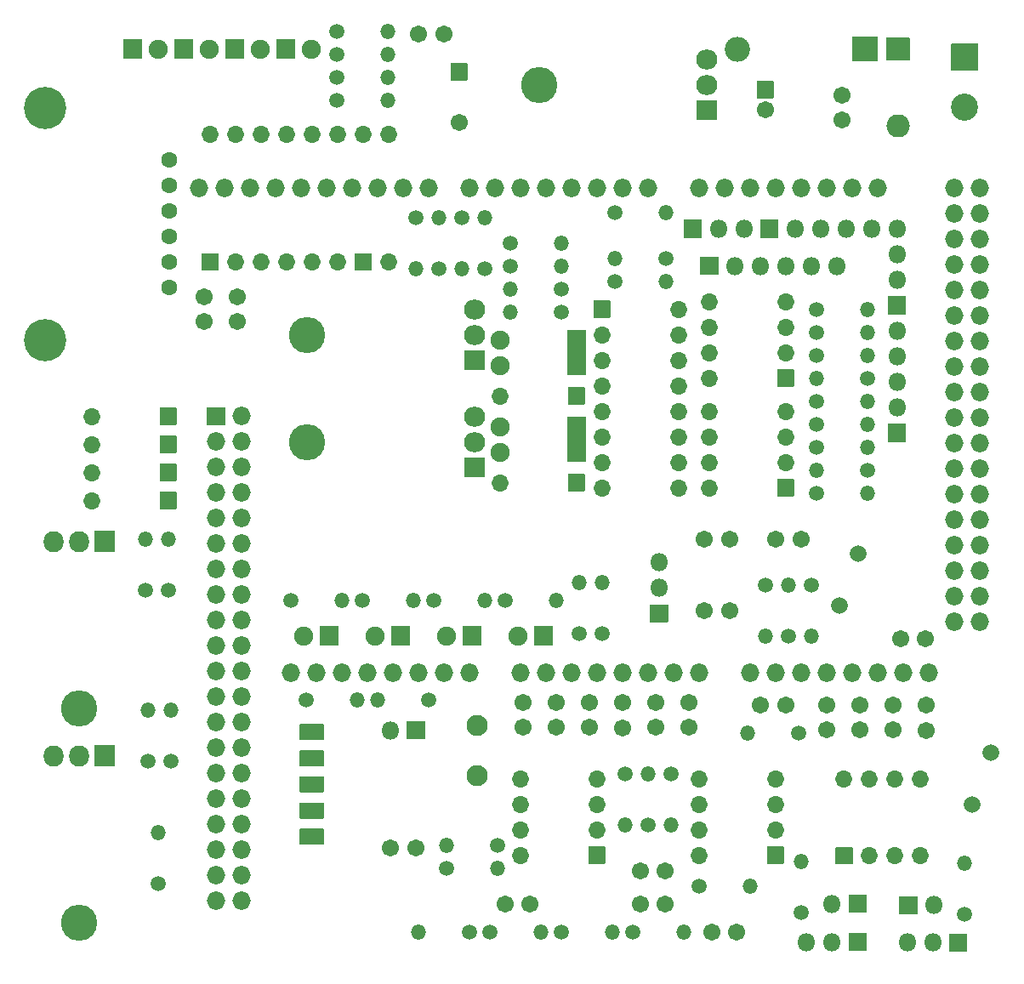
<source format=gbs>
G04 #@! TF.GenerationSoftware,KiCad,Pcbnew,(5.1.9-0-10_14)*
G04 #@! TF.CreationDate,2021-05-13T22:30:55+10:00*
G04 #@! TF.ProjectId,v0.4.3d,76302e34-2e33-4642-9e6b-696361645f70,4d*
G04 #@! TF.SameCoordinates,Original*
G04 #@! TF.FileFunction,Soldermask,Bot*
G04 #@! TF.FilePolarity,Negative*
%FSLAX46Y46*%
G04 Gerber Fmt 4.6, Leading zero omitted, Abs format (unit mm)*
G04 Created by KiCad (PCBNEW (5.1.9-0-10_14)) date 2021-05-13 22:30:55*
%MOMM*%
%LPD*%
G01*
G04 APERTURE LIST*
%ADD10O,2.007000X2.102000*%
%ADD11O,3.602000X3.602000*%
%ADD12O,1.802000X1.802000*%
%ADD13C,1.602000*%
%ADD14C,4.202000*%
%ADD15O,1.829200X1.829200*%
%ADD16O,1.702000X1.702000*%
%ADD17C,2.702000*%
%ADD18C,1.702000*%
%ADD19O,2.302000X2.302000*%
%ADD20O,2.502000X2.502000*%
%ADD21C,1.662000*%
%ADD22O,1.502000X1.502000*%
%ADD23C,1.502000*%
%ADD24C,1.902000*%
%ADD25O,2.102000X2.007000*%
%ADD26C,2.102000*%
%ADD27O,1.902000X1.902000*%
%ADD28C,0.100000*%
G04 APERTURE END LIST*
D10*
X114300000Y-92202000D03*
X116840000Y-92202000D03*
G36*
G01*
X120383500Y-91202000D02*
X120383500Y-93202000D01*
G75*
G02*
X120332500Y-93253000I-51000J0D01*
G01*
X118427500Y-93253000D01*
G75*
G02*
X118376500Y-93202000I0J51000D01*
G01*
X118376500Y-91202000D01*
G75*
G02*
X118427500Y-91151000I51000J0D01*
G01*
X120332500Y-91151000D01*
G75*
G02*
X120383500Y-91202000I0J-51000D01*
G01*
G37*
D11*
X116840000Y-108862000D03*
D12*
X183015000Y-61080000D03*
X180475000Y-61080000D03*
G36*
G01*
X178785000Y-61981000D02*
X177085000Y-61981000D01*
G75*
G02*
X177034000Y-61930000I0J51000D01*
G01*
X177034000Y-60230000D01*
G75*
G02*
X177085000Y-60179000I51000J0D01*
G01*
X178785000Y-60179000D01*
G75*
G02*
X178836000Y-60230000I0J-51000D01*
G01*
X178836000Y-61930000D01*
G75*
G02*
X178785000Y-61981000I-51000J0D01*
G01*
G37*
X192278000Y-64770000D03*
X189738000Y-64770000D03*
X187198000Y-64770000D03*
X184658000Y-64770000D03*
X182118000Y-64770000D03*
G36*
G01*
X180428000Y-65671000D02*
X178728000Y-65671000D01*
G75*
G02*
X178677000Y-65620000I0J51000D01*
G01*
X178677000Y-63920000D01*
G75*
G02*
X178728000Y-63869000I51000J0D01*
G01*
X180428000Y-63869000D01*
G75*
G02*
X180479000Y-63920000I0J-51000D01*
G01*
X180479000Y-65620000D01*
G75*
G02*
X180428000Y-65671000I-51000J0D01*
G01*
G37*
G36*
G01*
X139901000Y-120850000D02*
X139901000Y-122350000D01*
G75*
G02*
X139850000Y-122401000I-51000J0D01*
G01*
X138850000Y-122401000D01*
G75*
G02*
X138799000Y-122350000I0J51000D01*
G01*
X138799000Y-120850000D01*
G75*
G02*
X138850000Y-120799000I51000J0D01*
G01*
X139850000Y-120799000D01*
G75*
G02*
X139901000Y-120850000I0J-51000D01*
G01*
G37*
G36*
G01*
X141201000Y-120850000D02*
X141201000Y-122350000D01*
G75*
G02*
X141150000Y-122401000I-51000J0D01*
G01*
X140150000Y-122401000D01*
G75*
G02*
X140099000Y-122350000I0J51000D01*
G01*
X140099000Y-120850000D01*
G75*
G02*
X140150000Y-120799000I51000J0D01*
G01*
X141150000Y-120799000D01*
G75*
G02*
X141201000Y-120850000I0J-51000D01*
G01*
G37*
G36*
G01*
X139901000Y-118250000D02*
X139901000Y-119750000D01*
G75*
G02*
X139850000Y-119801000I-51000J0D01*
G01*
X138850000Y-119801000D01*
G75*
G02*
X138799000Y-119750000I0J51000D01*
G01*
X138799000Y-118250000D01*
G75*
G02*
X138850000Y-118199000I51000J0D01*
G01*
X139850000Y-118199000D01*
G75*
G02*
X139901000Y-118250000I0J-51000D01*
G01*
G37*
G36*
G01*
X141201000Y-118250000D02*
X141201000Y-119750000D01*
G75*
G02*
X141150000Y-119801000I-51000J0D01*
G01*
X140150000Y-119801000D01*
G75*
G02*
X140099000Y-119750000I0J51000D01*
G01*
X140099000Y-118250000D01*
G75*
G02*
X140150000Y-118199000I51000J0D01*
G01*
X141150000Y-118199000D01*
G75*
G02*
X141201000Y-118250000I0J-51000D01*
G01*
G37*
G36*
G01*
X139901000Y-115650000D02*
X139901000Y-117150000D01*
G75*
G02*
X139850000Y-117201000I-51000J0D01*
G01*
X138850000Y-117201000D01*
G75*
G02*
X138799000Y-117150000I0J51000D01*
G01*
X138799000Y-115650000D01*
G75*
G02*
X138850000Y-115599000I51000J0D01*
G01*
X139850000Y-115599000D01*
G75*
G02*
X139901000Y-115650000I0J-51000D01*
G01*
G37*
G36*
G01*
X141201000Y-115650000D02*
X141201000Y-117150000D01*
G75*
G02*
X141150000Y-117201000I-51000J0D01*
G01*
X140150000Y-117201000D01*
G75*
G02*
X140099000Y-117150000I0J51000D01*
G01*
X140099000Y-115650000D01*
G75*
G02*
X140150000Y-115599000I51000J0D01*
G01*
X141150000Y-115599000D01*
G75*
G02*
X141201000Y-115650000I0J-51000D01*
G01*
G37*
G36*
G01*
X139901000Y-113050000D02*
X139901000Y-114550000D01*
G75*
G02*
X139850000Y-114601000I-51000J0D01*
G01*
X138850000Y-114601000D01*
G75*
G02*
X138799000Y-114550000I0J51000D01*
G01*
X138799000Y-113050000D01*
G75*
G02*
X138850000Y-112999000I51000J0D01*
G01*
X139850000Y-112999000D01*
G75*
G02*
X139901000Y-113050000I0J-51000D01*
G01*
G37*
G36*
G01*
X141201000Y-113050000D02*
X141201000Y-114550000D01*
G75*
G02*
X141150000Y-114601000I-51000J0D01*
G01*
X140150000Y-114601000D01*
G75*
G02*
X140099000Y-114550000I0J51000D01*
G01*
X140099000Y-113050000D01*
G75*
G02*
X140150000Y-112999000I51000J0D01*
G01*
X141150000Y-112999000D01*
G75*
G02*
X141201000Y-113050000I0J-51000D01*
G01*
G37*
G36*
G01*
X139901000Y-110450000D02*
X139901000Y-111950000D01*
G75*
G02*
X139850000Y-112001000I-51000J0D01*
G01*
X138850000Y-112001000D01*
G75*
G02*
X138799000Y-111950000I0J51000D01*
G01*
X138799000Y-110450000D01*
G75*
G02*
X138850000Y-110399000I51000J0D01*
G01*
X139850000Y-110399000D01*
G75*
G02*
X139901000Y-110450000I0J-51000D01*
G01*
G37*
G36*
G01*
X141201000Y-110450000D02*
X141201000Y-111950000D01*
G75*
G02*
X141150000Y-112001000I-51000J0D01*
G01*
X140150000Y-112001000D01*
G75*
G02*
X140099000Y-111950000I0J51000D01*
G01*
X140099000Y-110450000D01*
G75*
G02*
X140150000Y-110399000I51000J0D01*
G01*
X141150000Y-110399000D01*
G75*
G02*
X141201000Y-110450000I0J-51000D01*
G01*
G37*
X191814000Y-128270000D03*
G36*
G01*
X193504000Y-127369000D02*
X195204000Y-127369000D01*
G75*
G02*
X195255000Y-127420000I0J-51000D01*
G01*
X195255000Y-129120000D01*
G75*
G02*
X195204000Y-129171000I-51000J0D01*
G01*
X193504000Y-129171000D01*
G75*
G02*
X193453000Y-129120000I0J51000D01*
G01*
X193453000Y-127420000D01*
G75*
G02*
X193504000Y-127369000I51000J0D01*
G01*
G37*
X201930000Y-128432000D03*
G36*
G01*
X200240000Y-129333000D02*
X198540000Y-129333000D01*
G75*
G02*
X198489000Y-129282000I0J51000D01*
G01*
X198489000Y-127582000D01*
G75*
G02*
X198540000Y-127531000I51000J0D01*
G01*
X200240000Y-127531000D01*
G75*
G02*
X200291000Y-127582000I0J-51000D01*
G01*
X200291000Y-129282000D01*
G75*
G02*
X200240000Y-129333000I-51000J0D01*
G01*
G37*
X189274000Y-132080000D03*
X191814000Y-132080000D03*
G36*
G01*
X193504000Y-131179000D02*
X195204000Y-131179000D01*
G75*
G02*
X195255000Y-131230000I0J-51000D01*
G01*
X195255000Y-132930000D01*
G75*
G02*
X195204000Y-132981000I-51000J0D01*
G01*
X193504000Y-132981000D01*
G75*
G02*
X193453000Y-132930000I0J51000D01*
G01*
X193453000Y-131230000D01*
G75*
G02*
X193504000Y-131179000I51000J0D01*
G01*
G37*
X199274000Y-132132000D03*
X201814000Y-132132000D03*
G36*
G01*
X203504000Y-131231000D02*
X205204000Y-131231000D01*
G75*
G02*
X205255000Y-131282000I0J-51000D01*
G01*
X205255000Y-132982000D01*
G75*
G02*
X205204000Y-133033000I-51000J0D01*
G01*
X203504000Y-133033000D01*
G75*
G02*
X203453000Y-132982000I0J51000D01*
G01*
X203453000Y-131282000D01*
G75*
G02*
X203504000Y-131231000I51000J0D01*
G01*
G37*
X174582000Y-94298000D03*
X174582000Y-96838000D03*
G36*
G01*
X175483000Y-98528000D02*
X175483000Y-100228000D01*
G75*
G02*
X175432000Y-100279000I-51000J0D01*
G01*
X173732000Y-100279000D01*
G75*
G02*
X173681000Y-100228000I0J51000D01*
G01*
X173681000Y-98528000D01*
G75*
G02*
X173732000Y-98477000I51000J0D01*
G01*
X175432000Y-98477000D01*
G75*
G02*
X175483000Y-98528000I0J-51000D01*
G01*
G37*
D13*
X125820000Y-66922000D03*
X125820000Y-64382000D03*
X125820000Y-61842000D03*
X125820000Y-59302000D03*
X125820000Y-56762000D03*
X125820000Y-54222000D03*
D14*
X113500000Y-49022000D03*
X113500000Y-72172000D03*
D15*
X160800000Y-105260000D03*
X155720000Y-105260000D03*
X153180000Y-105260000D03*
X150640000Y-105260000D03*
X148100000Y-105260000D03*
X145560000Y-105260000D03*
X143020000Y-105260000D03*
X140480000Y-105260000D03*
X196360000Y-57000000D03*
X193820000Y-57000000D03*
X191280000Y-57000000D03*
X188740000Y-57000000D03*
X186200000Y-57000000D03*
X183660000Y-57000000D03*
X181120000Y-57000000D03*
X178580000Y-57000000D03*
X173500000Y-57000000D03*
X170960000Y-57000000D03*
X168420000Y-57000000D03*
X165880000Y-57000000D03*
X163340000Y-57000000D03*
X160800000Y-57000000D03*
X158260000Y-57000000D03*
X155720000Y-57000000D03*
X136416000Y-57000000D03*
X151656000Y-57000000D03*
X149116000Y-57000000D03*
X146576000Y-57000000D03*
X128796000Y-57000000D03*
X131336000Y-57000000D03*
X133876000Y-57000000D03*
X138956000Y-57000000D03*
X141496000Y-57000000D03*
X144036000Y-57000000D03*
X137940000Y-105260000D03*
X163340000Y-105260000D03*
X165880000Y-105260000D03*
X168420000Y-105260000D03*
X170960000Y-105260000D03*
X173500000Y-105260000D03*
X176040000Y-105260000D03*
X178580000Y-105260000D03*
X183660000Y-105260000D03*
X186200000Y-105260000D03*
X188740000Y-105260000D03*
X191280000Y-105260000D03*
X193820000Y-105260000D03*
X196360000Y-105260000D03*
X198900000Y-105260000D03*
X201440000Y-105260000D03*
X203980000Y-57000000D03*
X206520000Y-57000000D03*
X203980000Y-59540000D03*
X206520000Y-59540000D03*
X203980000Y-62080000D03*
X206520000Y-62080000D03*
X203980000Y-64620000D03*
X206520000Y-64620000D03*
X203980000Y-67160000D03*
X206520000Y-67160000D03*
X203980000Y-69700000D03*
X206520000Y-69700000D03*
X203980000Y-72240000D03*
X206520000Y-72240000D03*
X203980000Y-74780000D03*
X206520000Y-74780000D03*
X203980000Y-77320000D03*
X206520000Y-77320000D03*
X203980000Y-79860000D03*
X206520000Y-79860000D03*
X203980000Y-82400000D03*
X206520000Y-82400000D03*
X203980000Y-84940000D03*
X206520000Y-84940000D03*
X203980000Y-87480000D03*
X206520000Y-87480000D03*
X203980000Y-90020000D03*
X206520000Y-90020000D03*
X203980000Y-92560000D03*
X206520000Y-92560000D03*
X203980000Y-95100000D03*
X206520000Y-95100000D03*
X203980000Y-97640000D03*
X206520000Y-97640000D03*
X203980000Y-100180000D03*
X206520000Y-100180000D03*
G36*
G01*
X129585400Y-80603600D02*
X129585400Y-78876400D01*
G75*
G02*
X129636400Y-78825400I51000J0D01*
G01*
X131363600Y-78825400D01*
G75*
G02*
X131414600Y-78876400I0J-51000D01*
G01*
X131414600Y-80603600D01*
G75*
G02*
X131363600Y-80654600I-51000J0D01*
G01*
X129636400Y-80654600D01*
G75*
G02*
X129585400Y-80603600I0J51000D01*
G01*
G37*
X133040000Y-79740000D03*
X130500000Y-82280000D03*
X133040000Y-82280000D03*
X130500000Y-84820000D03*
X133040000Y-84820000D03*
X130500000Y-87360000D03*
X133040000Y-87360000D03*
X130500000Y-89900000D03*
X133040000Y-89900000D03*
X130500000Y-92440000D03*
X133040000Y-92440000D03*
X130500000Y-94980000D03*
X133040000Y-94980000D03*
X130500000Y-97520000D03*
X133040000Y-97520000D03*
X130500000Y-100060000D03*
X133040000Y-100060000D03*
X130500000Y-102600000D03*
X133040000Y-102600000D03*
X130500000Y-105140000D03*
X133040000Y-105140000D03*
X130500000Y-107680000D03*
X133040000Y-107680000D03*
X130500000Y-110220000D03*
X133040000Y-110220000D03*
X130500000Y-112760000D03*
X133040000Y-112760000D03*
X130500000Y-115300000D03*
X133040000Y-115300000D03*
X130500000Y-117840000D03*
X133040000Y-117840000D03*
X130500000Y-120380000D03*
X133040000Y-120380000D03*
X130500000Y-122920000D03*
X133040000Y-122920000D03*
X130500000Y-125460000D03*
X133040000Y-125460000D03*
X130500000Y-128000000D03*
X133040000Y-128000000D03*
G36*
G01*
X130700000Y-65251000D02*
X129100000Y-65251000D01*
G75*
G02*
X129049000Y-65200000I0J51000D01*
G01*
X129049000Y-63600000D01*
G75*
G02*
X129100000Y-63549000I51000J0D01*
G01*
X130700000Y-63549000D01*
G75*
G02*
X130751000Y-63600000I0J-51000D01*
G01*
X130751000Y-65200000D01*
G75*
G02*
X130700000Y-65251000I-51000J0D01*
G01*
G37*
D16*
X147680000Y-51700000D03*
X132440000Y-64400000D03*
X145140000Y-51700000D03*
X134980000Y-64400000D03*
X142600000Y-51700000D03*
X137520000Y-64400000D03*
X140060000Y-51700000D03*
X140060000Y-64400000D03*
X137520000Y-51700000D03*
X142600000Y-64400000D03*
X134980000Y-51700000D03*
G36*
G01*
X145940000Y-65251000D02*
X144340000Y-65251000D01*
G75*
G02*
X144289000Y-65200000I0J51000D01*
G01*
X144289000Y-63600000D01*
G75*
G02*
X144340000Y-63549000I51000J0D01*
G01*
X145940000Y-63549000D01*
G75*
G02*
X145991000Y-63600000I0J-51000D01*
G01*
X145991000Y-65200000D01*
G75*
G02*
X145940000Y-65251000I-51000J0D01*
G01*
G37*
X132440000Y-51700000D03*
X147680000Y-64400000D03*
X129900000Y-51700000D03*
G36*
G01*
X193800000Y-124351000D02*
X192200000Y-124351000D01*
G75*
G02*
X192149000Y-124300000I0J51000D01*
G01*
X192149000Y-122700000D01*
G75*
G02*
X192200000Y-122649000I51000J0D01*
G01*
X193800000Y-122649000D01*
G75*
G02*
X193851000Y-122700000I0J-51000D01*
G01*
X193851000Y-124300000D01*
G75*
G02*
X193800000Y-124351000I-51000J0D01*
G01*
G37*
X200620000Y-115880000D03*
X195540000Y-123500000D03*
X198080000Y-115880000D03*
X198080000Y-123500000D03*
X195540000Y-115880000D03*
X200620000Y-123500000D03*
X193000000Y-115880000D03*
D17*
X205000000Y-49000000D03*
G36*
G01*
X206300000Y-45351000D02*
X203700000Y-45351000D01*
G75*
G02*
X203649000Y-45300000I0J51000D01*
G01*
X203649000Y-42700000D01*
G75*
G02*
X203700000Y-42649000I51000J0D01*
G01*
X206300000Y-42649000D01*
G75*
G02*
X206351000Y-42700000I0J-51000D01*
G01*
X206351000Y-45300000D01*
G75*
G02*
X206300000Y-45351000I-51000J0D01*
G01*
G37*
G36*
G01*
X199156000Y-67850000D02*
X199156000Y-69550000D01*
G75*
G02*
X199105000Y-69601000I-51000J0D01*
G01*
X197405000Y-69601000D01*
G75*
G02*
X197354000Y-69550000I0J51000D01*
G01*
X197354000Y-67850000D01*
G75*
G02*
X197405000Y-67799000I51000J0D01*
G01*
X199105000Y-67799000D01*
G75*
G02*
X199156000Y-67850000I0J-51000D01*
G01*
G37*
D12*
X198255000Y-66160000D03*
X198255000Y-63620000D03*
X198255000Y-61080000D03*
G36*
G01*
X199156000Y-80550000D02*
X199156000Y-82250000D01*
G75*
G02*
X199105000Y-82301000I-51000J0D01*
G01*
X197405000Y-82301000D01*
G75*
G02*
X197354000Y-82250000I0J51000D01*
G01*
X197354000Y-80550000D01*
G75*
G02*
X197405000Y-80499000I51000J0D01*
G01*
X199105000Y-80499000D01*
G75*
G02*
X199156000Y-80550000I0J-51000D01*
G01*
G37*
X198255000Y-78860000D03*
X198255000Y-76320000D03*
X198255000Y-73780000D03*
X198255000Y-71240000D03*
X195715000Y-61080000D03*
X193175000Y-61080000D03*
X190635000Y-61080000D03*
X188095000Y-61080000D03*
G36*
G01*
X186405000Y-61981000D02*
X184705000Y-61981000D01*
G75*
G02*
X184654000Y-61930000I0J51000D01*
G01*
X184654000Y-60230000D01*
G75*
G02*
X184705000Y-60179000I51000J0D01*
G01*
X186405000Y-60179000D01*
G75*
G02*
X186456000Y-60230000I0J-51000D01*
G01*
X186456000Y-61930000D01*
G75*
G02*
X186405000Y-61981000I-51000J0D01*
G01*
G37*
G36*
G01*
X153886000Y-44615000D02*
X155486000Y-44615000D01*
G75*
G02*
X155537000Y-44666000I0J-51000D01*
G01*
X155537000Y-46266000D01*
G75*
G02*
X155486000Y-46317000I-51000J0D01*
G01*
X153886000Y-46317000D01*
G75*
G02*
X153835000Y-46266000I0J51000D01*
G01*
X153835000Y-44666000D01*
G75*
G02*
X153886000Y-44615000I51000J0D01*
G01*
G37*
D18*
X154686000Y-50466000D03*
G36*
G01*
X126581000Y-78956000D02*
X126581000Y-80556000D01*
G75*
G02*
X126530000Y-80607000I-51000J0D01*
G01*
X124930000Y-80607000D01*
G75*
G02*
X124879000Y-80556000I0J51000D01*
G01*
X124879000Y-78956000D01*
G75*
G02*
X124930000Y-78905000I51000J0D01*
G01*
X126530000Y-78905000D01*
G75*
G02*
X126581000Y-78956000I0J-51000D01*
G01*
G37*
D16*
X118110000Y-79756000D03*
X118110000Y-88138000D03*
G36*
G01*
X126581000Y-87338000D02*
X126581000Y-88938000D01*
G75*
G02*
X126530000Y-88989000I-51000J0D01*
G01*
X124930000Y-88989000D01*
G75*
G02*
X124879000Y-88938000I0J51000D01*
G01*
X124879000Y-87338000D01*
G75*
G02*
X124930000Y-87287000I51000J0D01*
G01*
X126530000Y-87287000D01*
G75*
G02*
X126581000Y-87338000I0J-51000D01*
G01*
G37*
X118110000Y-82550000D03*
G36*
G01*
X126581000Y-81750000D02*
X126581000Y-83350000D01*
G75*
G02*
X126530000Y-83401000I-51000J0D01*
G01*
X124930000Y-83401000D01*
G75*
G02*
X124879000Y-83350000I0J51000D01*
G01*
X124879000Y-81750000D01*
G75*
G02*
X124930000Y-81699000I51000J0D01*
G01*
X126530000Y-81699000D01*
G75*
G02*
X126581000Y-81750000I0J-51000D01*
G01*
G37*
G36*
G01*
X126581000Y-84544000D02*
X126581000Y-86144000D01*
G75*
G02*
X126530000Y-86195000I-51000J0D01*
G01*
X124930000Y-86195000D01*
G75*
G02*
X124879000Y-86144000I0J51000D01*
G01*
X124879000Y-84544000D01*
G75*
G02*
X124930000Y-84493000I51000J0D01*
G01*
X126530000Y-84493000D01*
G75*
G02*
X126581000Y-84544000I0J-51000D01*
G01*
G37*
X118110000Y-85344000D03*
G36*
G01*
X197274000Y-42029000D02*
X199474000Y-42029000D01*
G75*
G02*
X199525000Y-42080000I0J-51000D01*
G01*
X199525000Y-44280000D01*
G75*
G02*
X199474000Y-44331000I-51000J0D01*
G01*
X197274000Y-44331000D01*
G75*
G02*
X197223000Y-44280000I0J51000D01*
G01*
X197223000Y-42080000D01*
G75*
G02*
X197274000Y-42029000I51000J0D01*
G01*
G37*
D19*
X198374000Y-50800000D03*
G36*
G01*
X196323000Y-41980000D02*
X196323000Y-44380000D01*
G75*
G02*
X196272000Y-44431000I-51000J0D01*
G01*
X193872000Y-44431000D01*
G75*
G02*
X193821000Y-44380000I0J51000D01*
G01*
X193821000Y-41980000D01*
G75*
G02*
X193872000Y-41929000I51000J0D01*
G01*
X196272000Y-41929000D01*
G75*
G02*
X196323000Y-41980000I0J-51000D01*
G01*
G37*
D20*
X182372000Y-43180000D03*
D21*
X207640000Y-113264000D03*
X205740000Y-118364000D03*
X192532000Y-98552000D03*
X194432000Y-93452000D03*
D22*
X154940000Y-65024000D03*
D23*
X154940000Y-59944000D03*
X123698000Y-114046000D03*
D22*
X123698000Y-108966000D03*
X190246000Y-85090000D03*
D23*
X195326000Y-85090000D03*
X190246000Y-80518000D03*
D22*
X195326000Y-80518000D03*
D23*
X157226000Y-65024000D03*
D22*
X157226000Y-59944000D03*
D23*
X125984000Y-114046000D03*
D22*
X125984000Y-108966000D03*
X195326000Y-87376000D03*
D23*
X190246000Y-87376000D03*
X190246000Y-82804000D03*
D22*
X195326000Y-82804000D03*
X147574000Y-41402000D03*
D23*
X142494000Y-41402000D03*
D22*
X147574000Y-45974000D03*
D23*
X142494000Y-45974000D03*
X152146000Y-98044000D03*
D22*
X157226000Y-98044000D03*
D23*
X159258000Y-98044000D03*
D22*
X164338000Y-98044000D03*
D23*
X170180000Y-66294000D03*
D22*
X175260000Y-66294000D03*
D23*
X175260000Y-64008000D03*
D22*
X170180000Y-64008000D03*
X150368000Y-65024000D03*
D23*
X150368000Y-59944000D03*
X125730000Y-97028000D03*
D22*
X125730000Y-91948000D03*
X152654000Y-59944000D03*
D23*
X152654000Y-65024000D03*
X123444000Y-97028000D03*
D22*
X123444000Y-91948000D03*
X190246000Y-75946000D03*
D23*
X195326000Y-75946000D03*
X190246000Y-73660000D03*
D22*
X195326000Y-73660000D03*
X195326000Y-78232000D03*
D23*
X190246000Y-78232000D03*
X190246000Y-71374000D03*
D22*
X195326000Y-71374000D03*
X147574000Y-43688000D03*
D23*
X142494000Y-43688000D03*
D22*
X147574000Y-48260000D03*
D23*
X142494000Y-48260000D03*
X137922000Y-98044000D03*
D22*
X143002000Y-98044000D03*
D23*
X145034000Y-98044000D03*
D22*
X150114000Y-98044000D03*
D23*
X166624000Y-101346000D03*
D22*
X166624000Y-96266000D03*
X173482000Y-115316000D03*
D23*
X173482000Y-120396000D03*
D22*
X168910000Y-96266000D03*
D23*
X168910000Y-101346000D03*
X188468000Y-111252000D03*
D22*
X183388000Y-111252000D03*
X175768000Y-120396000D03*
D23*
X175768000Y-115316000D03*
D22*
X177038000Y-131064000D03*
D23*
X171958000Y-131064000D03*
X171196000Y-115316000D03*
D22*
X171196000Y-120396000D03*
X162814000Y-131064000D03*
D23*
X157734000Y-131064000D03*
X153416000Y-124714000D03*
D22*
X158496000Y-124714000D03*
D23*
X178562000Y-126492000D03*
D22*
X183642000Y-126492000D03*
X169926000Y-131064000D03*
D23*
X164846000Y-131064000D03*
D22*
X150622000Y-131064000D03*
D23*
X155702000Y-131064000D03*
X158496000Y-122428000D03*
D22*
X153416000Y-122428000D03*
X204978000Y-124206000D03*
D23*
X204978000Y-129286000D03*
D22*
X188722000Y-124106000D03*
D23*
X188722000Y-129186000D03*
X139446000Y-107950000D03*
D22*
X144526000Y-107950000D03*
D23*
X151638000Y-107950000D03*
D22*
X146558000Y-107950000D03*
X195326000Y-69088000D03*
D23*
X190246000Y-69088000D03*
D22*
X175260000Y-59436000D03*
D23*
X170180000Y-59436000D03*
X185166000Y-96520000D03*
D22*
X185166000Y-101600000D03*
D23*
X124714000Y-126238000D03*
D22*
X124714000Y-121158000D03*
X189738000Y-101600000D03*
D23*
X189738000Y-96520000D03*
D22*
X187470000Y-96520000D03*
D23*
X187470000Y-101600000D03*
D16*
X160782000Y-123444000D03*
X168402000Y-115824000D03*
X160782000Y-120904000D03*
X168402000Y-118364000D03*
X160782000Y-118364000D03*
X168402000Y-120904000D03*
X160782000Y-115824000D03*
G36*
G01*
X169253000Y-122644000D02*
X169253000Y-124244000D01*
G75*
G02*
X169202000Y-124295000I-51000J0D01*
G01*
X167602000Y-124295000D01*
G75*
G02*
X167551000Y-124244000I0J51000D01*
G01*
X167551000Y-122644000D01*
G75*
G02*
X167602000Y-122593000I51000J0D01*
G01*
X169202000Y-122593000D01*
G75*
G02*
X169253000Y-122644000I0J-51000D01*
G01*
G37*
G36*
G01*
X188049000Y-86068000D02*
X188049000Y-87668000D01*
G75*
G02*
X187998000Y-87719000I-51000J0D01*
G01*
X186398000Y-87719000D01*
G75*
G02*
X186347000Y-87668000I0J51000D01*
G01*
X186347000Y-86068000D01*
G75*
G02*
X186398000Y-86017000I51000J0D01*
G01*
X187998000Y-86017000D01*
G75*
G02*
X188049000Y-86068000I0J-51000D01*
G01*
G37*
X179578000Y-79248000D03*
X187198000Y-84328000D03*
X179578000Y-81788000D03*
X187198000Y-81788000D03*
X179578000Y-84328000D03*
X187198000Y-79248000D03*
X179578000Y-86868000D03*
G36*
G01*
X187033000Y-122644000D02*
X187033000Y-124244000D01*
G75*
G02*
X186982000Y-124295000I-51000J0D01*
G01*
X185382000Y-124295000D01*
G75*
G02*
X185331000Y-124244000I0J51000D01*
G01*
X185331000Y-122644000D01*
G75*
G02*
X185382000Y-122593000I51000J0D01*
G01*
X186982000Y-122593000D01*
G75*
G02*
X187033000Y-122644000I0J-51000D01*
G01*
G37*
X178562000Y-115824000D03*
X186182000Y-120904000D03*
X178562000Y-118364000D03*
X186182000Y-118364000D03*
X178562000Y-120904000D03*
X186182000Y-115824000D03*
X178562000Y-123444000D03*
X179578000Y-75946000D03*
X187198000Y-68326000D03*
X179578000Y-73406000D03*
X187198000Y-70866000D03*
X179578000Y-70866000D03*
X187198000Y-73406000D03*
X179578000Y-68326000D03*
G36*
G01*
X188049000Y-75146000D02*
X188049000Y-76746000D01*
G75*
G02*
X187998000Y-76797000I-51000J0D01*
G01*
X186398000Y-76797000D01*
G75*
G02*
X186347000Y-76746000I0J51000D01*
G01*
X186347000Y-75146000D01*
G75*
G02*
X186398000Y-75095000I51000J0D01*
G01*
X187998000Y-75095000D01*
G75*
G02*
X188049000Y-75146000I0J-51000D01*
G01*
G37*
G36*
G01*
X168059000Y-69888000D02*
X168059000Y-68288000D01*
G75*
G02*
X168110000Y-68237000I51000J0D01*
G01*
X169710000Y-68237000D01*
G75*
G02*
X169761000Y-68288000I0J-51000D01*
G01*
X169761000Y-69888000D01*
G75*
G02*
X169710000Y-69939000I-51000J0D01*
G01*
X168110000Y-69939000D01*
G75*
G02*
X168059000Y-69888000I0J51000D01*
G01*
G37*
X176530000Y-86868000D03*
X168910000Y-71628000D03*
X176530000Y-84328000D03*
X168910000Y-74168000D03*
X176530000Y-81788000D03*
X168910000Y-76708000D03*
X176530000Y-79248000D03*
X168910000Y-79248000D03*
X176530000Y-76708000D03*
X168910000Y-81788000D03*
X176530000Y-74168000D03*
X168910000Y-84328000D03*
X176530000Y-71628000D03*
X168910000Y-86868000D03*
X176530000Y-69088000D03*
G36*
G01*
X126303000Y-44080000D02*
X126303000Y-42280000D01*
G75*
G02*
X126354000Y-42229000I51000J0D01*
G01*
X128154000Y-42229000D01*
G75*
G02*
X128205000Y-42280000I0J-51000D01*
G01*
X128205000Y-44080000D01*
G75*
G02*
X128154000Y-44131000I-51000J0D01*
G01*
X126354000Y-44131000D01*
G75*
G02*
X126303000Y-44080000I0J51000D01*
G01*
G37*
D24*
X129794000Y-43180000D03*
G36*
G01*
X156907000Y-100700000D02*
X156907000Y-102500000D01*
G75*
G02*
X156856000Y-102551000I-51000J0D01*
G01*
X155056000Y-102551000D01*
G75*
G02*
X155005000Y-102500000I0J51000D01*
G01*
X155005000Y-100700000D01*
G75*
G02*
X155056000Y-100649000I51000J0D01*
G01*
X156856000Y-100649000D01*
G75*
G02*
X156907000Y-100700000I0J-51000D01*
G01*
G37*
X153416000Y-101600000D03*
X160528000Y-101600000D03*
G36*
G01*
X164019000Y-100700000D02*
X164019000Y-102500000D01*
G75*
G02*
X163968000Y-102551000I-51000J0D01*
G01*
X162168000Y-102551000D01*
G75*
G02*
X162117000Y-102500000I0J51000D01*
G01*
X162117000Y-100700000D01*
G75*
G02*
X162168000Y-100649000I51000J0D01*
G01*
X163968000Y-100649000D01*
G75*
G02*
X164019000Y-100700000I0J-51000D01*
G01*
G37*
X124714000Y-43180000D03*
G36*
G01*
X121223000Y-44080000D02*
X121223000Y-42280000D01*
G75*
G02*
X121274000Y-42229000I51000J0D01*
G01*
X123074000Y-42229000D01*
G75*
G02*
X123125000Y-42280000I0J-51000D01*
G01*
X123125000Y-44080000D01*
G75*
G02*
X123074000Y-44131000I-51000J0D01*
G01*
X121274000Y-44131000D01*
G75*
G02*
X121223000Y-44080000I0J51000D01*
G01*
G37*
G36*
G01*
X136463000Y-44080000D02*
X136463000Y-42280000D01*
G75*
G02*
X136514000Y-42229000I51000J0D01*
G01*
X138314000Y-42229000D01*
G75*
G02*
X138365000Y-42280000I0J-51000D01*
G01*
X138365000Y-44080000D01*
G75*
G02*
X138314000Y-44131000I-51000J0D01*
G01*
X136514000Y-44131000D01*
G75*
G02*
X136463000Y-44080000I0J51000D01*
G01*
G37*
X139954000Y-43180000D03*
G36*
G01*
X131383000Y-44080000D02*
X131383000Y-42280000D01*
G75*
G02*
X131434000Y-42229000I51000J0D01*
G01*
X133234000Y-42229000D01*
G75*
G02*
X133285000Y-42280000I0J-51000D01*
G01*
X133285000Y-44080000D01*
G75*
G02*
X133234000Y-44131000I-51000J0D01*
G01*
X131434000Y-44131000D01*
G75*
G02*
X131383000Y-44080000I0J51000D01*
G01*
G37*
X134874000Y-43180000D03*
X139192000Y-101600000D03*
G36*
G01*
X142683000Y-100700000D02*
X142683000Y-102500000D01*
G75*
G02*
X142632000Y-102551000I-51000J0D01*
G01*
X140832000Y-102551000D01*
G75*
G02*
X140781000Y-102500000I0J51000D01*
G01*
X140781000Y-100700000D01*
G75*
G02*
X140832000Y-100649000I51000J0D01*
G01*
X142632000Y-100649000D01*
G75*
G02*
X142683000Y-100700000I0J-51000D01*
G01*
G37*
G36*
G01*
X149795000Y-100700000D02*
X149795000Y-102500000D01*
G75*
G02*
X149744000Y-102551000I-51000J0D01*
G01*
X147944000Y-102551000D01*
G75*
G02*
X147893000Y-102500000I0J51000D01*
G01*
X147893000Y-100700000D01*
G75*
G02*
X147944000Y-100649000I51000J0D01*
G01*
X149744000Y-100649000D01*
G75*
G02*
X149795000Y-100700000I0J-51000D01*
G01*
G37*
X146304000Y-101600000D03*
D11*
X116840000Y-130198000D03*
G36*
G01*
X120383500Y-112538000D02*
X120383500Y-114538000D01*
G75*
G02*
X120332500Y-114589000I-51000J0D01*
G01*
X118427500Y-114589000D01*
G75*
G02*
X118376500Y-114538000I0J51000D01*
G01*
X118376500Y-112538000D01*
G75*
G02*
X118427500Y-112487000I51000J0D01*
G01*
X120332500Y-112487000D01*
G75*
G02*
X120383500Y-112538000I0J-51000D01*
G01*
G37*
D10*
X116840000Y-113538000D03*
X114300000Y-113538000D03*
D11*
X139550000Y-71628000D03*
G36*
G01*
X157210000Y-75171500D02*
X155210000Y-75171500D01*
G75*
G02*
X155159000Y-75120500I0J51000D01*
G01*
X155159000Y-73215500D01*
G75*
G02*
X155210000Y-73164500I51000J0D01*
G01*
X157210000Y-73164500D01*
G75*
G02*
X157261000Y-73215500I0J-51000D01*
G01*
X157261000Y-75120500D01*
G75*
G02*
X157210000Y-75171500I-51000J0D01*
G01*
G37*
D25*
X156210000Y-71628000D03*
X156210000Y-69088000D03*
X156210000Y-79756000D03*
X156210000Y-82296000D03*
G36*
G01*
X157210000Y-85839500D02*
X155210000Y-85839500D01*
G75*
G02*
X155159000Y-85788500I0J51000D01*
G01*
X155159000Y-83883500D01*
G75*
G02*
X155210000Y-83832500I51000J0D01*
G01*
X157210000Y-83832500D01*
G75*
G02*
X157261000Y-83883500I0J-51000D01*
G01*
X157261000Y-85788500D01*
G75*
G02*
X157210000Y-85839500I-51000J0D01*
G01*
G37*
D11*
X139550000Y-82296000D03*
D22*
X164846000Y-62484000D03*
D23*
X159766000Y-62484000D03*
D18*
X132588000Y-70318000D03*
X132588000Y-67818000D03*
X129286000Y-67818000D03*
X129286000Y-70318000D03*
X187198000Y-108458000D03*
X184698000Y-108458000D03*
X172720000Y-124968000D03*
X175220000Y-124968000D03*
X182332000Y-131064000D03*
X179832000Y-131064000D03*
X191262000Y-110958000D03*
X191262000Y-108458000D03*
X174244000Y-110704000D03*
X174244000Y-108204000D03*
X170942000Y-110744000D03*
X170942000Y-108244000D03*
X172720000Y-128270000D03*
X175220000Y-128270000D03*
X159258000Y-128270000D03*
X161758000Y-128270000D03*
X150368000Y-122682000D03*
X147868000Y-122682000D03*
X167640000Y-108204000D03*
X167640000Y-110704000D03*
X161036000Y-110704000D03*
X161036000Y-108204000D03*
X164338000Y-110704000D03*
X164338000Y-108204000D03*
X197866000Y-108458000D03*
X197866000Y-110958000D03*
X201168000Y-108498000D03*
X201168000Y-110998000D03*
X192786000Y-50252000D03*
X192786000Y-47752000D03*
X153162000Y-41656000D03*
X150662000Y-41656000D03*
X194564000Y-110958000D03*
X194564000Y-108458000D03*
X201128000Y-101854000D03*
X198628000Y-101854000D03*
X179110000Y-91948000D03*
X181610000Y-91948000D03*
X188722000Y-91948000D03*
X186222000Y-91948000D03*
X179110000Y-99060000D03*
X181610000Y-99060000D03*
X177546000Y-108204000D03*
X177546000Y-110704000D03*
G36*
G01*
X149518000Y-110097000D02*
X151218000Y-110097000D01*
G75*
G02*
X151269000Y-110148000I0J-51000D01*
G01*
X151269000Y-111848000D01*
G75*
G02*
X151218000Y-111899000I-51000J0D01*
G01*
X149518000Y-111899000D01*
G75*
G02*
X149467000Y-111848000I0J51000D01*
G01*
X149467000Y-110148000D01*
G75*
G02*
X149518000Y-110097000I51000J0D01*
G01*
G37*
D12*
X147828000Y-110998000D03*
D26*
X156464000Y-110490000D03*
X156464000Y-115490000D03*
D11*
X162664000Y-46736000D03*
G36*
G01*
X180324000Y-50279500D02*
X178324000Y-50279500D01*
G75*
G02*
X178273000Y-50228500I0J51000D01*
G01*
X178273000Y-48323500D01*
G75*
G02*
X178324000Y-48272500I51000J0D01*
G01*
X180324000Y-48272500D01*
G75*
G02*
X180375000Y-48323500I0J-51000D01*
G01*
X180375000Y-50228500D01*
G75*
G02*
X180324000Y-50279500I-51000J0D01*
G01*
G37*
D25*
X179324000Y-46736000D03*
X179324000Y-44196000D03*
G36*
G01*
X184366000Y-46393000D02*
X185966000Y-46393000D01*
G75*
G02*
X186017000Y-46444000I0J-51000D01*
G01*
X186017000Y-48044000D01*
G75*
G02*
X185966000Y-48095000I-51000J0D01*
G01*
X184366000Y-48095000D01*
G75*
G02*
X184315000Y-48044000I0J51000D01*
G01*
X184315000Y-46444000D01*
G75*
G02*
X184366000Y-46393000I51000J0D01*
G01*
G37*
D18*
X185166000Y-49244000D03*
D16*
X158750000Y-77724000D03*
G36*
G01*
X167221000Y-76924000D02*
X167221000Y-78524000D01*
G75*
G02*
X167170000Y-78575000I-51000J0D01*
G01*
X165570000Y-78575000D01*
G75*
G02*
X165519000Y-78524000I0J51000D01*
G01*
X165519000Y-76924000D01*
G75*
G02*
X165570000Y-76873000I51000J0D01*
G01*
X167170000Y-76873000D01*
G75*
G02*
X167221000Y-76924000I0J-51000D01*
G01*
G37*
G36*
G01*
X167221000Y-85560000D02*
X167221000Y-87160000D01*
G75*
G02*
X167170000Y-87211000I-51000J0D01*
G01*
X165570000Y-87211000D01*
G75*
G02*
X165519000Y-87160000I0J51000D01*
G01*
X165519000Y-85560000D01*
G75*
G02*
X165570000Y-85509000I51000J0D01*
G01*
X167170000Y-85509000D01*
G75*
G02*
X167221000Y-85560000I0J-51000D01*
G01*
G37*
X158750000Y-86360000D03*
D22*
X164846000Y-64770000D03*
D23*
X159766000Y-64770000D03*
X164846000Y-67056000D03*
D22*
X159766000Y-67056000D03*
D23*
X164846000Y-69342000D03*
D22*
X159766000Y-69342000D03*
G36*
G01*
X167321000Y-73776000D02*
X167321000Y-75576000D01*
G75*
G02*
X167270000Y-75627000I-51000J0D01*
G01*
X165470000Y-75627000D01*
G75*
G02*
X165419000Y-75576000I0J51000D01*
G01*
X165419000Y-73776000D01*
G75*
G02*
X165470000Y-73725000I51000J0D01*
G01*
X167270000Y-73725000D01*
G75*
G02*
X167321000Y-73776000I0J-51000D01*
G01*
G37*
D27*
X158750000Y-72136000D03*
G36*
G01*
X167321000Y-71236000D02*
X167321000Y-74036000D01*
G75*
G02*
X167270000Y-74087000I-51000J0D01*
G01*
X165470000Y-74087000D01*
G75*
G02*
X165419000Y-74036000I0J51000D01*
G01*
X165419000Y-71236000D01*
G75*
G02*
X165470000Y-71185000I51000J0D01*
G01*
X167270000Y-71185000D01*
G75*
G02*
X167321000Y-71236000I0J-51000D01*
G01*
G37*
X158750000Y-74676000D03*
G36*
G01*
X167321000Y-82412000D02*
X167321000Y-84212000D01*
G75*
G02*
X167270000Y-84263000I-51000J0D01*
G01*
X165470000Y-84263000D01*
G75*
G02*
X165419000Y-84212000I0J51000D01*
G01*
X165419000Y-82412000D01*
G75*
G02*
X165470000Y-82361000I51000J0D01*
G01*
X167270000Y-82361000D01*
G75*
G02*
X167321000Y-82412000I0J-51000D01*
G01*
G37*
X158750000Y-80772000D03*
G36*
G01*
X167321000Y-79872000D02*
X167321000Y-82672000D01*
G75*
G02*
X167270000Y-82723000I-51000J0D01*
G01*
X165470000Y-82723000D01*
G75*
G02*
X165419000Y-82672000I0J51000D01*
G01*
X165419000Y-79872000D01*
G75*
G02*
X165470000Y-79821000I51000J0D01*
G01*
X167270000Y-79821000D01*
G75*
G02*
X167321000Y-79872000I0J-51000D01*
G01*
G37*
X158750000Y-83312000D03*
D28*
G36*
X140100732Y-120798000D02*
G01*
X140101000Y-120799000D01*
X140101000Y-122401000D01*
X140100000Y-122402732D01*
X140099000Y-122403000D01*
X139901000Y-122403000D01*
X139899268Y-122402000D01*
X139899000Y-122401000D01*
X139899000Y-120799000D01*
X139900000Y-120797268D01*
X139901000Y-120797000D01*
X140099000Y-120797000D01*
X140100732Y-120798000D01*
G37*
G36*
X140100732Y-118198000D02*
G01*
X140101000Y-118199000D01*
X140101000Y-119801000D01*
X140100000Y-119802732D01*
X140099000Y-119803000D01*
X139901000Y-119803000D01*
X139899268Y-119802000D01*
X139899000Y-119801000D01*
X139899000Y-118199000D01*
X139900000Y-118197268D01*
X139901000Y-118197000D01*
X140099000Y-118197000D01*
X140100732Y-118198000D01*
G37*
G36*
X140100732Y-115598000D02*
G01*
X140101000Y-115599000D01*
X140101000Y-117201000D01*
X140100000Y-117202732D01*
X140099000Y-117203000D01*
X139901000Y-117203000D01*
X139899268Y-117202000D01*
X139899000Y-117201000D01*
X139899000Y-115599000D01*
X139900000Y-115597268D01*
X139901000Y-115597000D01*
X140099000Y-115597000D01*
X140100732Y-115598000D01*
G37*
G36*
X140100732Y-112998000D02*
G01*
X140101000Y-112999000D01*
X140101000Y-114601000D01*
X140100000Y-114602732D01*
X140099000Y-114603000D01*
X139901000Y-114603000D01*
X139899268Y-114602000D01*
X139899000Y-114601000D01*
X139899000Y-112999000D01*
X139900000Y-112997268D01*
X139901000Y-112997000D01*
X140099000Y-112997000D01*
X140100732Y-112998000D01*
G37*
G36*
X140100732Y-110398000D02*
G01*
X140101000Y-110399000D01*
X140101000Y-112001000D01*
X140100000Y-112002732D01*
X140099000Y-112003000D01*
X139901000Y-112003000D01*
X139899268Y-112002000D01*
X139899000Y-112001000D01*
X139899000Y-110399000D01*
X139900000Y-110397268D01*
X139901000Y-110397000D01*
X140099000Y-110397000D01*
X140100732Y-110398000D01*
G37*
M02*

</source>
